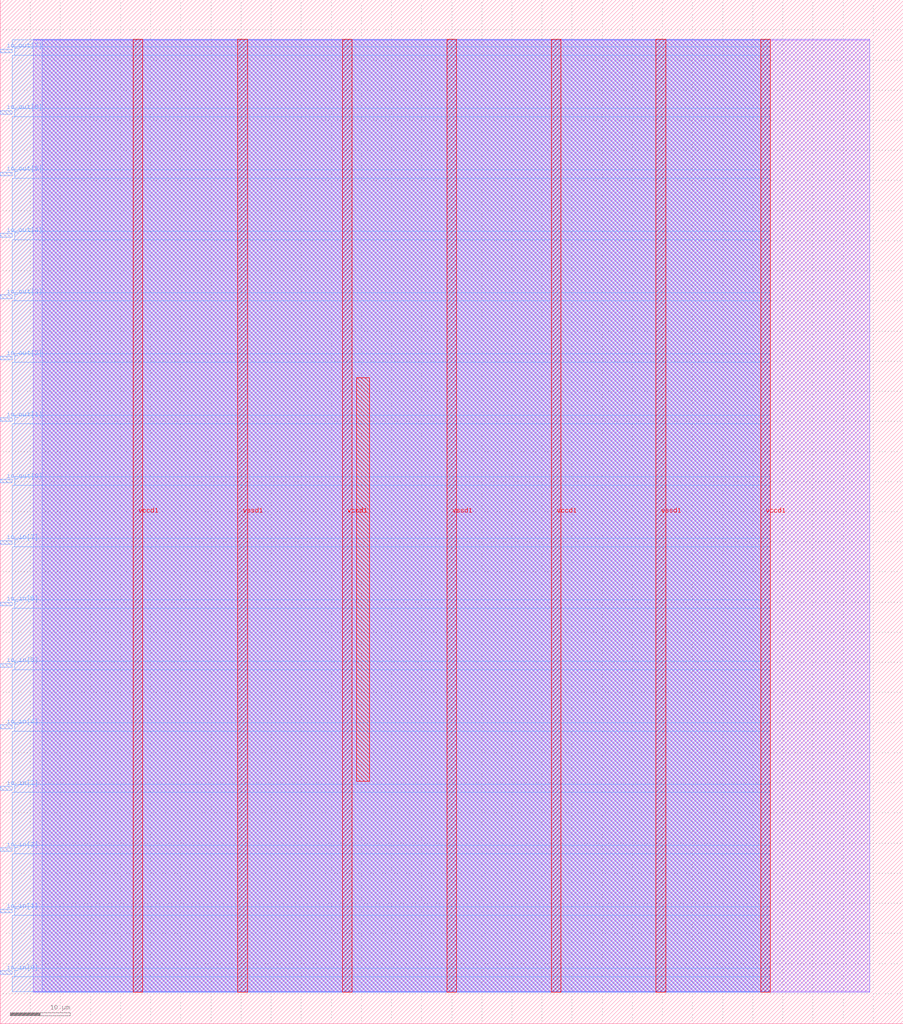
<source format=lef>
VERSION 5.7 ;
  NOWIREEXTENSIONATPIN ON ;
  DIVIDERCHAR "/" ;
  BUSBITCHARS "[]" ;
MACRO regymm_mcpi
  CLASS BLOCK ;
  FOREIGN regymm_mcpi ;
  ORIGIN 0.000 0.000 ;
  SIZE 150.000 BY 170.000 ;
  PIN io_in[0]
    DIRECTION INPUT ;
    USE SIGNAL ;
    PORT
      LAYER met3 ;
        RECT 0.000 8.200 2.000 8.800 ;
    END
  END io_in[0]
  PIN io_in[1]
    DIRECTION INPUT ;
    USE SIGNAL ;
    PORT
      LAYER met3 ;
        RECT 0.000 18.400 2.000 19.000 ;
    END
  END io_in[1]
  PIN io_in[2]
    DIRECTION INPUT ;
    USE SIGNAL ;
    PORT
      LAYER met3 ;
        RECT 0.000 28.600 2.000 29.200 ;
    END
  END io_in[2]
  PIN io_in[3]
    DIRECTION INPUT ;
    USE SIGNAL ;
    PORT
      LAYER met3 ;
        RECT 0.000 38.800 2.000 39.400 ;
    END
  END io_in[3]
  PIN io_in[4]
    DIRECTION INPUT ;
    USE SIGNAL ;
    PORT
      LAYER met3 ;
        RECT 0.000 49.000 2.000 49.600 ;
    END
  END io_in[4]
  PIN io_in[5]
    DIRECTION INPUT ;
    USE SIGNAL ;
    PORT
      LAYER met3 ;
        RECT 0.000 59.200 2.000 59.800 ;
    END
  END io_in[5]
  PIN io_in[6]
    DIRECTION INPUT ;
    USE SIGNAL ;
    PORT
      LAYER met3 ;
        RECT 0.000 69.400 2.000 70.000 ;
    END
  END io_in[6]
  PIN io_in[7]
    DIRECTION INPUT ;
    USE SIGNAL ;
    PORT
      LAYER met3 ;
        RECT 0.000 79.600 2.000 80.200 ;
    END
  END io_in[7]
  PIN io_out[0]
    DIRECTION OUTPUT TRISTATE ;
    USE SIGNAL ;
    PORT
      LAYER met3 ;
        RECT 0.000 89.800 2.000 90.400 ;
    END
  END io_out[0]
  PIN io_out[1]
    DIRECTION OUTPUT TRISTATE ;
    USE SIGNAL ;
    PORT
      LAYER met3 ;
        RECT 0.000 100.000 2.000 100.600 ;
    END
  END io_out[1]
  PIN io_out[2]
    DIRECTION OUTPUT TRISTATE ;
    USE SIGNAL ;
    PORT
      LAYER met3 ;
        RECT 0.000 110.200 2.000 110.800 ;
    END
  END io_out[2]
  PIN io_out[3]
    DIRECTION OUTPUT TRISTATE ;
    USE SIGNAL ;
    PORT
      LAYER met3 ;
        RECT 0.000 120.400 2.000 121.000 ;
    END
  END io_out[3]
  PIN io_out[4]
    DIRECTION OUTPUT TRISTATE ;
    USE SIGNAL ;
    PORT
      LAYER met3 ;
        RECT 0.000 130.600 2.000 131.200 ;
    END
  END io_out[4]
  PIN io_out[5]
    DIRECTION OUTPUT TRISTATE ;
    USE SIGNAL ;
    PORT
      LAYER met3 ;
        RECT 0.000 140.800 2.000 141.400 ;
    END
  END io_out[5]
  PIN io_out[6]
    DIRECTION OUTPUT TRISTATE ;
    USE SIGNAL ;
    PORT
      LAYER met3 ;
        RECT 0.000 151.000 2.000 151.600 ;
    END
  END io_out[6]
  PIN io_out[7]
    DIRECTION OUTPUT TRISTATE ;
    USE SIGNAL ;
    PORT
      LAYER met3 ;
        RECT 0.000 161.200 2.000 161.800 ;
    END
  END io_out[7]
  PIN vccd1
    DIRECTION INOUT ;
    USE POWER ;
    PORT
      LAYER met4 ;
        RECT 22.090 5.200 23.690 163.440 ;
    END
    PORT
      LAYER met4 ;
        RECT 56.830 5.200 58.430 163.440 ;
    END
    PORT
      LAYER met4 ;
        RECT 91.570 5.200 93.170 163.440 ;
    END
    PORT
      LAYER met4 ;
        RECT 126.310 5.200 127.910 163.440 ;
    END
  END vccd1
  PIN vssd1
    DIRECTION INOUT ;
    USE GROUND ;
    PORT
      LAYER met4 ;
        RECT 39.460 5.200 41.060 163.440 ;
    END
    PORT
      LAYER met4 ;
        RECT 74.200 5.200 75.800 163.440 ;
    END
    PORT
      LAYER met4 ;
        RECT 108.940 5.200 110.540 163.440 ;
    END
  END vssd1
  OBS
      LAYER li1 ;
        RECT 5.520 5.355 144.440 163.285 ;
      LAYER met1 ;
        RECT 5.520 5.200 144.440 163.440 ;
      LAYER met2 ;
        RECT 6.990 5.255 127.880 163.385 ;
      LAYER met3 ;
        RECT 2.000 162.200 127.900 163.365 ;
        RECT 2.400 160.800 127.900 162.200 ;
        RECT 2.000 152.000 127.900 160.800 ;
        RECT 2.400 150.600 127.900 152.000 ;
        RECT 2.000 141.800 127.900 150.600 ;
        RECT 2.400 140.400 127.900 141.800 ;
        RECT 2.000 131.600 127.900 140.400 ;
        RECT 2.400 130.200 127.900 131.600 ;
        RECT 2.000 121.400 127.900 130.200 ;
        RECT 2.400 120.000 127.900 121.400 ;
        RECT 2.000 111.200 127.900 120.000 ;
        RECT 2.400 109.800 127.900 111.200 ;
        RECT 2.000 101.000 127.900 109.800 ;
        RECT 2.400 99.600 127.900 101.000 ;
        RECT 2.000 90.800 127.900 99.600 ;
        RECT 2.400 89.400 127.900 90.800 ;
        RECT 2.000 80.600 127.900 89.400 ;
        RECT 2.400 79.200 127.900 80.600 ;
        RECT 2.000 70.400 127.900 79.200 ;
        RECT 2.400 69.000 127.900 70.400 ;
        RECT 2.000 60.200 127.900 69.000 ;
        RECT 2.400 58.800 127.900 60.200 ;
        RECT 2.000 50.000 127.900 58.800 ;
        RECT 2.400 48.600 127.900 50.000 ;
        RECT 2.000 39.800 127.900 48.600 ;
        RECT 2.400 38.400 127.900 39.800 ;
        RECT 2.000 29.600 127.900 38.400 ;
        RECT 2.400 28.200 127.900 29.600 ;
        RECT 2.000 19.400 127.900 28.200 ;
        RECT 2.400 18.000 127.900 19.400 ;
        RECT 2.000 9.200 127.900 18.000 ;
        RECT 2.400 7.800 127.900 9.200 ;
        RECT 2.000 5.275 127.900 7.800 ;
      LAYER met4 ;
        RECT 59.175 40.295 61.345 107.265 ;
  END
END regymm_mcpi
END LIBRARY


</source>
